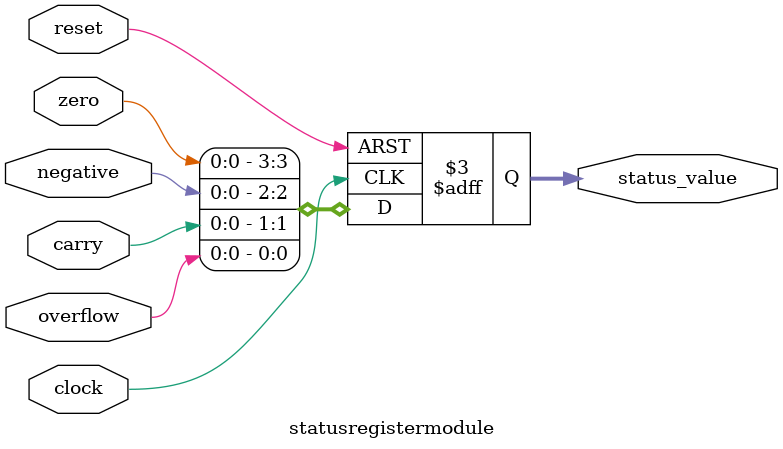
<source format=v>
`timescale 1ns / 1ps

module statusregistermodule(
input wire clock,
input wire reset, 
input wire overflow,
input wire carry,
input wire negative,
input wire zero,
output reg [3:0] status_value
    );
	 
always @(posedge clock or posedge reset)
begin 
  if (reset==1)
    begin 
	   status_value<=4'b0;
	 end
  else 
    begin 
	   status_value[0]<=overflow;
		status_value[1]<=carry;
		status_value[2]<=negative;
		status_value[3]<=zero;
	 end
end


endmodule

</source>
